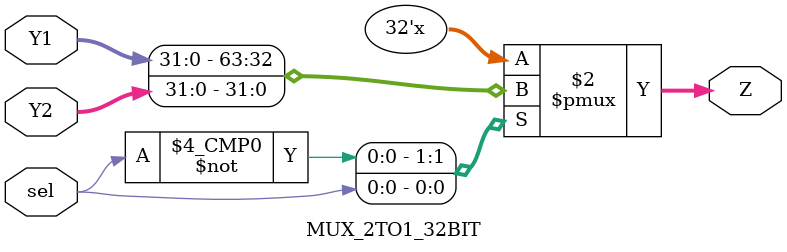
<source format=v>
`timescale 1ns / 1ps
module ArithmeticLogicUnitSystem (
    // Clock
    input wire Clock,

    // RF 
    input wire [3:0] RF_RegSel,
    input wire [3:0] RF_ScrSel,
    input wire [2:0] RF_FunSel,
    input wire [2:0] RF_OutASel,
    input wire [2:0] RF_OutBSel,

    // ALU 
    input wire ALU_WF,
    input wire [4:0] ALU_FunSel,

    // ARF 
    input wire [2:0] ARF_RegSel,
    input wire [1:0] ARF_FunSel,
    input wire [1:0] ARF_OutCSel,
    input wire [1:0] ARF_OutDSel,

    // DR 
    input wire DR_E,
    input wire [1:0] DR_FunSel,

    // Memory 
    input wire Mem_WR,
    input wire Mem_CS,

    // IR 
    input wire IR_LH,
    input wire IR_Write,

    // MUX 
    input wire [1:0] MuxASel,
    input wire [1:0] MuxBSel,
    input wire [1:0] MuxCSel,
    input wire MuxDSel,

    //outputs
    output wire [31:0] OutA,  
    output wire [31:0] OutB,  
    output wire [31:0] ALUOut,     
    output wire [3:0]  FlagsOut,   
    output wire [15:0] OutC,   
    output wire [15:0] OutD,   
    output wire [7:0]  MemOut,  
    output wire [15:0] IROut,      
    output wire [31:0] DROut,      
    output wire [15:0] Address     

);


    // Module outputs
    wire [31:0] RF_OutA;     
    wire [31:0] RF_OutB;      
    wire [31:0] ALU_Out;      
    wire [3:0]  ALU_FlagsOut; 
    wire [15:0] ARF_OutC;
    wire [15:0] ARF_OutD;     
    wire [31:0] DR_Out;      
    wire [7:0]  Mem_Out;      
    wire [15:0] IR_Out;      

    // MUX outputs 
    wire [31:0] MuxAOut;      
    wire [31:0] MuxBOut;      
    wire [7:0]  MuxCOut;      
    wire [31:0] MuxDOut;      


 

    // MUX d
    MUX_2TO1_32BIT MUXD (
        .sel(MuxDSel),
        .Y1(RF_OutA),        
        .Y2({16'b0, ARF_OutC}), 
        .Z(MuxDOut)          
    );

    // Register File
    RegisterFile RF (
        .Clock(Clock),
        .I(MuxAOut),          
        .RegSel(RF_RegSel),
        .ScrSel(RF_ScrSel),
        .FunSel(RF_FunSel),
        .OutASel(RF_OutASel),
        .OutBSel(RF_OutBSel),
        .OutA(RF_OutA),       
        .OutB(RF_OutB)      
    );

    // Arithmetic Logic Unit
    ArithmeticLogicUnit ALU (      
        .Clock(Clock),
        .A(MuxDOut),          
        .B(RF_OutB),       
        .FunSel(ALU_FunSel),
        .FlagsOut(ALU_FlagsOut),
        .ALUOut(ALU_Out),     
        .WF(ALU_WF)                
    );

    // MUX A
    MUX_4TO1_32BIT MUXA (
        .sel(MuxASel),
        .Y1(ALU_Out),
        .Y2({16'b0, ARF_OutC}), 
        .Y3(DR_Out),      
        .Y4({16'b0, IR_Out}),   
        .Z(MuxAOut)  
    );

    // MUX B
    MUX_4TO1_32BIT MUXB (
        .sel(MuxBSel),
        .Y1(ALU_Out),
        .Y2({16'b0, ARF_OutC}), 
        .Y3(DR_Out),           
        .Y4({16'b0, IR_Out}),  
        .Z(MuxBOut)   
    );

    // Address Register File 
    AddressRegisterFile ARF (
        .Clock(Clock),
        .I(MuxBOut), 
        .RegSel(ARF_RegSel),
        .FunSel(ARF_FunSel),
        .OutCSel(ARF_OutCSel),
        .OutDSel(ARF_OutDSel),
        .OutC(ARF_OutC),      
        .OutD(ARF_OutD)         
    );

    // Memory
    Memory MEM (
        .Address(ARF_OutD),
        .Data(ALU_Out[7:0]),
        .WR(Mem_WR),              
        .CS(Mem_CS),             
        .Clock(Clock),
        .MemOut(Mem_Out)      
    );

    // Instruction Register
    InstructionRegister IR (
        .I(Mem_Out),           
        .LH(IR_LH),                 
        .Write(IR_Write),           
        .Clock(Clock),
        .IROut(IR_Out)         
    );

    // Data Register 
    DataRegister DR (
        .I(Mem_Out),          
        .FunSel(DR_FunSel),
        .E(DR_E),   
        .Clock(Clock),
        .DROut(DR_Out)         
    );

    // MUX C
    MUX_4TO1_8BIT MUXC (
        .sel(MuxCSel),
        .Y1(ALU_Out[7:0]),
        .Y2(ALU_Out[15:8]),
        .Y3(ALU_Out[23:16]),
        .Y4(ALU_Out[31:24]),
        .Z(MuxCOut)          
    );

  
    assign OutA     = RF_OutA;
    assign OutB     = RF_OutB;
    assign ALUOut   = ALU_Out;
    assign FlagsOut = ALU_FlagsOut;
    assign OutC     = ARF_OutC;
    assign OutD     = ARF_OutD;
    assign MemOut   = Mem_Out;
    assign IROut    = IR_Out;
    assign DROut    = DR_Out;
    assign Address  = ARF_OutD; 

endmodule



module MUX_4TO1_32BIT (
    input wire [1:0] sel,
    input wire [31:0] Y1,
    input wire [31:0] Y2,
    input wire [31:0] Y3,
    input wire [31:0] Y4,
    output reg [31:0] Z 
);

    always @(*) begin
        case (sel)
            2'b00: Z = Y1;
            2'b01: Z = Y2;
            2'b10: Z = Y3;
            2'b11: Z = Y4;
            default: Z = 32'bx;
        endcase
    end
endmodule



module MUX_4TO1_8BIT (
    input wire [1:0] sel,
    input wire [7:0] Y1,
    input wire [7:0] Y2,
    input wire [7:0] Y3,
    input wire [7:0] Y4,
    output reg [7:0] Z 
);

    always @(*) begin 
        case (sel)
            2'b00: Z = Y1;
            2'b01: Z = Y2;
            2'b10: Z = Y3;
            2'b11: Z = Y4;
            default: Z = 8'bx; 
        endcase
    end
endmodule


`timescale 1ns / 1ps
module MUX_2TO1_32BIT (
    input wire sel,
    input wire [31:0] Y1,
    input wire [31:0] Y2,
    output reg [31:0] Z 
);

    always @(*) begin
        case (sel)
            1'b0: Z = Y1;
            1'b1: Z = Y2;
            default: Z = 32'bx; 
        endcase
    end
endmodule
</source>
